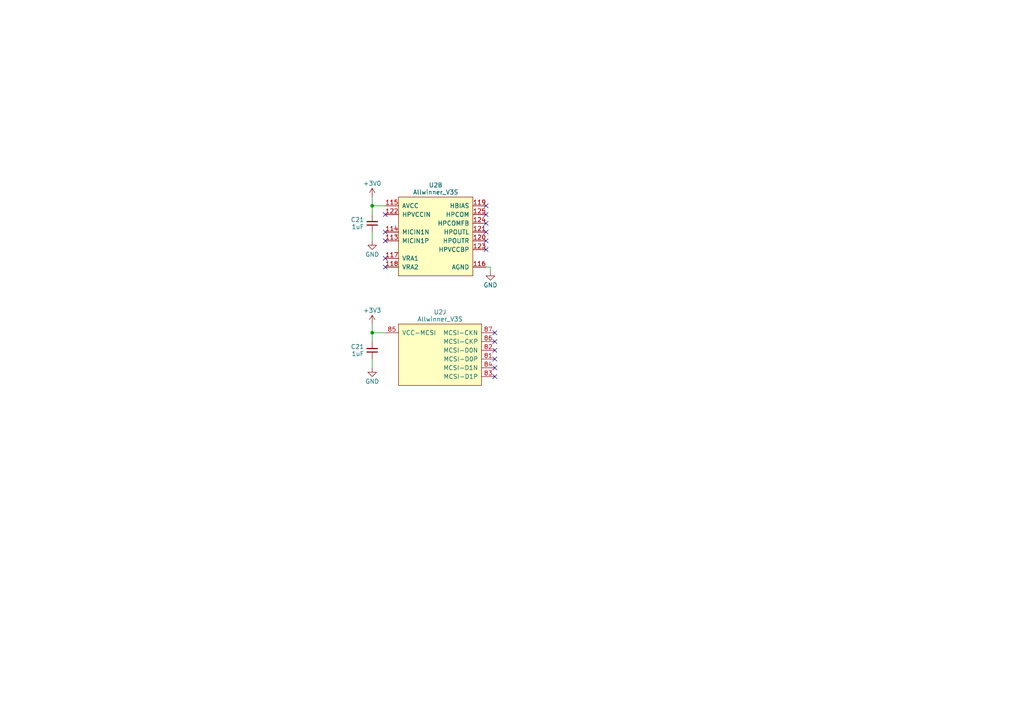
<source format=kicad_sch>
(kicad_sch (version 20230121) (generator eeschema)
  (paper "A4")
  (lib_symbols
    (symbol "Device:C_Small" (pin_numbers hide) (pin_names (offset 0.254) hide)
      (property "Reference" "C" (at 0.254 1.778 0))
      (property "Value" "C_Small" (at 0.254 -2.032 0))
      (symbol "C_Small_0_1"
        (polyline (pts (xy -1.524 -0.508) (xy 1.524 -0.508)) (stroke (width 0.3302)))
        (polyline (pts (xy -1.524 0.508) (xy 1.524 0.508)) (stroke (width 0.3048)))
      )
      (symbol "C_Small_1_1"
        (pin passive line (at 0 2.54 270) (length 2.032) (name "~") (number "1"))
        (pin passive line (at 0 -2.54 90) (length 2.032) (name "~") (number "2"))
      )
    )
    (symbol "SoC_Allwinner:Allwinner_V3S" (pin_names (offset 1.016))
      (property "Reference" "U" (at 7.62 1.27 0))
      (property "Value" "Allwinner_V3S" (at -5.08 1.27 0))
      (symbol "Allwinner_V3S_1_0"
        (pin bidirectional line (at 15.24 -22.86 180) (length 3.81) (name "USB-DM") (number "110"))
        (pin bidirectional line (at 15.24 -25.4 180) (length 3.81) (name "USB-DP") (number "111"))
        (pin input line (at 15.24 -2.54 180) (length 3.81) (name "LRADC0") (number "112"))
        (pin output line (at 15.24 -10.16 180) (length 3.81) (name "X24MOUT") (number "74"))
        (pin input line (at 15.24 -7.62 180) (length 3.81) (name "X24MIN") (number "75"))
        (pin output line (at 15.24 -17.78 180) (length 3.81) (name "X32KOUT") (number "95"))
        (pin input line (at 15.24 -15.24 180) (length 3.81) (name "X32KIN") (number "96"))
        (pin power_out line (at -15.24 -17.78 0) (length 3.81) (name "RTC-VIO") (number "97"))
        (pin input line (at -15.24 -22.86 0) (length 3.81) (name "RESET") (number "99"))
      )
      (symbol "Allwinner_V3S_1_1"
        (rectangle (start -11.43 0) (end 11.43 -29.21) (fill (type background)))
        (pin power_in line (at -15.24 -12.7 0) (length 3.81) (name "VCC-USB") (number "109"))
        (pin power_in line (at -15.24 -26.67 0) (length 3.81) (name "EPAD-GND") (number "129"))
        (pin power_in line (at -15.24 -2.54 0) (length 3.81) (name "VCC-PLL") (number "76"))
        (pin power_in line (at -15.24 -7.62 0) (length 3.81) (name "VCC-RTC") (number "98"))
      )
      (symbol "Allwinner_V3S_2_0"
        (pin bidirectional line (at -15.24 -13.97 0) (length 3.81) (name "MICIN1P") (number "113"))
        (pin bidirectional line (at -15.24 -11.43 0) (length 3.81) (name "MICIN1N") (number "114"))
        (pin power_in line (at -15.24 -3.81 0) (length 3.81) (name "AVCC") (number "115"))
        (pin power_in line (at 13.97 -21.59 180) (length 3.81) (name "AGND") (number "116"))
        (pin output line (at -15.24 -19.05 0) (length 3.81) (name "VRA1") (number "117"))
        (pin output line (at -15.24 -21.59 0) (length 3.81) (name "VRA2") (number "118"))
        (pin output line (at 13.97 -3.81 180) (length 3.81) (name "HBIAS") (number "119"))
        (pin output line (at 13.97 -13.97 180) (length 3.81) (name "HPOUTR") (number "120"))
        (pin output line (at 13.97 -11.43 180) (length 3.81) (name "HPOUTL") (number "121"))
        (pin power_in line (at -15.24 -6.35 0) (length 3.81) (name "HPVCCIN") (number "122"))
        (pin input line (at 13.97 -16.51 180) (length 3.81) (name "HPVCCBP") (number "123"))
        (pin input line (at 13.97 -8.89 180) (length 3.81) (name "HPCOMFB") (number "124"))
        (pin output line (at 13.97 -6.35 180) (length 3.81) (name "HPCOM") (number "125"))
      )
      (symbol "Allwinner_V3S_2_1"
        (rectangle (start -11.43 -1.27) (end 10.16 -24.13) (fill (type background)))
      )
      (symbol "Allwinner_V3S_3_0"
        (pin power_in line (at 15.24 -22.86 180) (length 3.81) (name "VCC-DRAM8") (number "59"))
        (pin power_in line (at 15.24 -25.4 180) (length 3.81) (name "VCC-DRAM9") (number "60"))
        (pin power_in line (at 15.24 -27.94 180) (length 3.81) (name "VCC-DRAM10") (number "61"))
        (pin power_in line (at 15.24 -30.48 180) (length 3.81) (name "VCC-DRAM11") (number "62"))
        (pin power_in line (at 15.24 -2.54 180) (length 3.81) (name "VCC-DRAM0") (number "65"))
        (pin power_in line (at 15.24 -5.08 180) (length 3.81) (name "VCC-DRAM1") (number "66"))
        (pin power_in line (at 15.24 -7.62 180) (length 3.81) (name "VCC-DRAM2") (number "67"))
        (pin power_in line (at 15.24 -10.16 180) (length 3.81) (name "VCC-DRAM3") (number "68"))
        (pin power_in line (at 15.24 -12.7 180) (length 3.81) (name "VCC-DRAM4") (number "69"))
        (pin power_in line (at 15.24 -15.24 180) (length 3.81) (name "VCC-DRAM5") (number "70"))
        (pin power_in line (at 15.24 -17.78 180) (length 3.81) (name "VCC-DRAM6") (number "72"))
        (pin power_in line (at 15.24 -20.32 180) (length 3.81) (name "VCC-DRAM7") (number "79"))
      )
      (symbol "Allwinner_V3S_3_1"
        (rectangle (start -11.43 0) (end 11.43 -33.02) (fill (type background)))
        (pin input line (at -15.24 -22.86 0) (length 3.81) (name "SVREF1") (number "63"))
        (pin input line (at -15.24 -25.4 0) (length 3.81) (name "SVREF0") (number "71"))
        (pin input line (at -15.24 -30.48 0) (length 3.81) (name "SZQ") (number "73"))
      )
      (symbol "Allwinner_V3S_4_0"
        (pin bidirectional line (at 22.86 -2.54 180) (length 3.81) (name "PB0/UART2_TX/PB_EINT0") (number "39"))
        (pin bidirectional line (at 22.86 -5.08 180) (length 3.81) (name "PB1/UART2_RX/PB_EINT1") (number "40"))
        (pin bidirectional line (at 22.86 -7.62 180) (length 3.81) (name "PB2/UART2_RTS/PB_EINT2") (number "41"))
        (pin bidirectional line (at 22.86 -10.16 180) (length 3.81) (name "PB3/UART2_CTS/PB_EINT3") (number "42"))
        (pin bidirectional line (at 22.86 -12.7 180) (length 3.81) (name "PB4/PWM0/PB_EINT4") (number "43"))
        (pin bidirectional line (at 22.86 -15.24 180) (length 3.81) (name "PB5/PWM1/PB_EINT5") (number "44"))
        (pin bidirectional line (at 22.86 -17.78 180) (length 3.81) (name "PB6/TWI0_SCK/PB_EINT6") (number "45"))
        (pin bidirectional line (at 22.86 -20.32 180) (length 3.81) (name "PB7/TWI0_SDA/PB_EINT7") (number "46"))
        (pin bidirectional line (at 22.86 -22.86 180) (length 3.81) (name "PB8/TWI1_SCK/UART0_TX/PB_EINT8") (number "48"))
        (pin bidirectional line (at 22.86 -25.4 180) (length 3.81) (name "PB9/TWI1_SDA/UART0_RX/PB_EINT9") (number "49"))
      )
      (symbol "Allwinner_V3S_4_1"
        (rectangle (start -20.32 0) (end 19.05 -27.94) (fill (type background)))
        (pin power_in line (at -24.13 -2.54 0) (length 3.81) (name "VCC-IO0") (number "104"))
      )
      (symbol "Allwinner_V3S_5_0"
        (pin bidirectional line (at 22.86 -2.54 180) (length 3.81) (name "PC0/SDC2_CLK/SPI0_MISO") (number "52"))
        (pin bidirectional line (at 22.86 -5.08 180) (length 3.81) (name "PC1/SDC2_CMD/SPI0_CLK") (number "53"))
        (pin bidirectional line (at 22.86 -7.62 180) (length 3.81) (name "PC2/SDC2_RST/SPI0_CS") (number "54"))
        (pin bidirectional line (at 22.86 -10.16 180) (length 3.81) (name "PC3/SDC2_D0/SPI0_MOSI") (number "55"))
      )
      (symbol "Allwinner_V3S_5_1"
        (rectangle (start 19.05 0) (end -20.32 -12.7) (fill (type background)))
        (pin power_in line (at -24.13 -2.54 0) (length 3.81) (name "VCC-IO1") (number "127"))
      )
      (symbol "Allwinner_V3S_6_0"
        (pin bidirectional line (at 22.86 -53.34 180) (length 3.81) (name "PE20/CSI_FIELD/CSI_MIPI_MCLK") (number "10"))
        (pin bidirectional line (at 22.86 -50.8 180) (length 3.81) (name "PE19/CSI_D15/LCD_D21") (number "11"))
        (pin bidirectional line (at 22.86 -48.26 180) (length 3.81) (name "PE18/CSI_D14/LCD_D20") (number "13"))
        (pin bidirectional line (at 22.86 -45.72 180) (length 3.81) (name "PE17/CSI_D13/LCD_D19") (number "14"))
        (pin bidirectional line (at 22.86 -43.18 180) (length 3.81) (name "PE16/CSI_D12/LCD_D18") (number "15"))
        (pin bidirectional line (at 22.86 -40.64 180) (length 3.81) (name "PE15/CSI_D11/LCD_D15") (number "16"))
        (pin bidirectional line (at 22.86 -38.1 180) (length 3.81) (name "PE14/CSI_D10/LCD_D14") (number "17"))
        (pin bidirectional line (at 22.86 -35.56 180) (length 3.81) (name "PE13/CSI_D9/LCD_D13") (number "18"))
        (pin bidirectional line (at 22.86 -33.02 180) (length 3.81) (name "PE12/CSI_D8/LCD_D12") (number "22"))
        (pin bidirectional line (at 22.86 -30.48 180) (length 3.81) (name "PE11/CSI_D7/LCD_D11") (number "23"))
        (pin bidirectional line (at 22.86 -27.94 180) (length 3.81) (name "PE10/CSI_D6/LCD_D10") (number "24"))
        (pin bidirectional line (at 22.86 -25.4 180) (length 3.81) (name "PE9/CSI_D5/LCD_D7") (number "27"))
        (pin bidirectional line (at 22.86 -22.86 180) (length 3.81) (name "PE8/CSI_D4/LCD_D6") (number "28"))
        (pin bidirectional line (at 22.86 -20.32 180) (length 3.81) (name "PE7/CSI_D3/LCD_D5") (number "30"))
        (pin bidirectional line (at 22.86 -17.78 180) (length 3.81) (name "PE6/CSI_D2/LCD_D4") (number "31"))
        (pin bidirectional line (at 22.86 -15.24 180) (length 3.81) (name "PE5/CSI_D1/LCD_D3") (number "32"))
        (pin bidirectional line (at 22.86 -12.7 180) (length 3.81) (name "PE4/CSI_D0/LCD_D2") (number "33"))
        (pin bidirectional line (at 22.86 -10.16 180) (length 3.81) (name "PE3/CSI_VSYNC/LCD_VSYNC") (number "34"))
        (pin bidirectional line (at 22.86 -7.62 180) (length 3.81) (name "PE2/CSI_HSYNC/LCD_HSYNC") (number "35"))
        (pin bidirectional line (at 22.86 -5.08 180) (length 3.81) (name "PE1/CSI_MCLK/LCD_DE") (number "36"))
        (pin bidirectional line (at 22.86 -2.54 180) (length 3.81) (name "PE0/CSI_PCLK/LCD_CLK") (number "37"))
        (pin bidirectional line (at 22.86 -63.5 180) (length 3.81) (name "PE24/LCD_D23/UART1_CTS") (number "6"))
        (pin bidirectional line (at 22.86 -60.96 180) (length 3.81) (name "PE23/LCD_D22/UART1_RTS") (number "7"))
        (pin bidirectional line (at 22.86 -58.42 180) (length 3.81) (name "PE22/CSI_SDA/TWI1_SDA/UART1_RX") (number "8"))
        (pin bidirectional line (at 22.86 -55.88 180) (length 3.81) (name "PE21/CSI_SCK/TWI1_SCK/UART1_TX") (number "9"))
      )
      (symbol "Allwinner_V3S_6_1"
        (rectangle (start 19.05 0) (end -20.32 -66.04) (fill (type background)))
        (pin power_in line (at -24.13 -2.54 0) (length 3.81) (name "VCC-PE0") (number "12"))
        (pin power_in line (at -24.13 -5.08 0) (length 3.81) (name "VCC-PE1") (number "29"))
      )
      (symbol "Allwinner_V3S_7_0"
        (pin bidirectional line (at 21.59 -17.78 180) (length 3.81) (name "PF6") (number "100"))
        (pin bidirectional line (at 21.59 -15.24 180) (length 3.81) (name "PF5/SDC0_D2/JTAG_CK") (number "101"))
        (pin bidirectional line (at 21.59 -12.7 180) (length 3.81) (name "PF4/SDC0_D3/UART0_RX") (number "102"))
        (pin bidirectional line (at 21.59 -10.16 180) (length 3.81) (name "PF3/SDC0_CMD/JTAG_DO") (number "103"))
        (pin bidirectional line (at 21.59 -7.62 180) (length 3.81) (name "PF2/SDC0_CLK/UART0_TX") (number "105"))
        (pin bidirectional line (at 21.59 -5.08 180) (length 3.81) (name "PF1/SDC0_D0/JTAG_DI") (number "106"))
        (pin bidirectional line (at 21.59 -2.54 180) (length 3.81) (name "PF0MS/SDC0_D1/JTAG_MS") (number "107"))
      )
      (symbol "Allwinner_V3S_7_1"
        (rectangle (start 17.78 0) (end -19.05 -20.32) (fill (type background)))
        (pin power_in line (at -22.86 -2.54 0) (length 3.81) (name "VCC-IO2") (number "57"))
      )
      (symbol "Allwinner_V3S_8_0"
        (pin bidirectional line (at 16.51 -12.7 180) (length 3.81) (name "PG4/SDC1_D2/PG_EINT4") (number "1"))
        (pin bidirectional line (at 16.51 -15.24 180) (length 3.81) (name "PG5/SDC1_D3/PG_EINT5") (number "128"))
        (pin bidirectional line (at 16.51 -10.16 180) (length 3.81) (name "PG3/SDC1_D1/PG_EINT3") (number "2"))
        (pin bidirectional line (at 16.51 -7.62 180) (length 3.81) (name "PG2/SDC1_D0/PG_EINT2") (number "3"))
        (pin bidirectional line (at 16.51 -5.08 180) (length 3.81) (name "PG1/SDC1_CMD/PG_EINT1") (number "4"))
        (pin bidirectional line (at 16.51 -2.54 180) (length 3.81) (name "PG0/SDC1_CLK/PG_EINT0") (number "5"))
        (pin power_in line (at -27.94 -2.54 0) (length 3.81) (name "VCC-IO3") (number "50"))
      )
      (symbol "Allwinner_V3S_8_1"
        (rectangle (start 12.7 0) (end -24.13 -17.78) (fill (type background)))
      )
      (symbol "Allwinner_V3S_9_0"
        (pin output line (at 17.78 -2.54 180) (length 3.81) (name "EPHY_LINK_LED") (number "77"))
        (pin output line (at 17.78 -5.08 180) (length 3.81) (name "EPHY_SPD_LED") (number "78"))
        (pin power_in line (at -17.78 -2.54 0) (length 3.81) (name "EPHY_VDD") (number "88"))
        (pin input line (at 17.78 -10.16 180) (length 3.81) (name "EPHY_RXN") (number "89"))
        (pin input line (at 17.78 -12.7 180) (length 3.81) (name "EPHY_RXP") (number "90"))
        (pin output line (at 17.78 -17.78 180) (length 3.81) (name "EPHY_TXN") (number "91"))
        (pin output line (at 17.78 -20.32 180) (length 3.81) (name "EPHY_TXP") (number "92"))
        (pin power_in line (at -17.78 -5.08 0) (length 3.81) (name "EPHY_VCC") (number "93"))
        (pin input line (at 17.78 -25.4 180) (length 3.81) (name "EPHY_RTX") (number "94"))
      )
      (symbol "Allwinner_V3S_9_1"
        (rectangle (start -13.97 0) (end 13.97 -27.94) (fill (type background)))
      )
      (symbol "Allwinner_V3S_10_0"
        (pin input line (at 15.24 -10.16 180) (length 3.81) (name "MCSI-D0P") (number "81"))
        (pin input line (at 15.24 -7.62 180) (length 3.81) (name "MCSI-D0N") (number "82"))
        (pin input line (at 15.24 -15.24 180) (length 3.81) (name "MCSI-D1P") (number "83"))
        (pin input line (at 15.24 -12.7 180) (length 3.81) (name "MCSI-D1N") (number "84"))
        (pin output line (at 15.24 -5.08 180) (length 3.81) (name "MCSI-CKP") (number "86"))
        (pin output line (at 15.24 -2.54 180) (length 3.81) (name "MCSI-CKN") (number "87"))
      )
      (symbol "Allwinner_V3S_10_1"
        (rectangle (start -12.7 0) (end 11.43 -17.78) (fill (type background)))
        (pin power_in line (at -16.51 -2.54 0) (length 3.81) (name "VCC-MCSI") (number "85"))
      )
      (symbol "Allwinner_V3S_11_0"
        (pin power_in line (at 8.89 -12.7 180) (length 3.81) (name "VDD-CPU3") (number "20"))
        (pin power_in line (at 8.89 -15.24 180) (length 3.81) (name "VDD-CPU2") (number "21"))
        (pin power_in line (at 8.89 -17.78 180) (length 3.81) (name "VDD-CPU1") (number "25"))
        (pin power_in line (at 8.89 -20.32 180) (length 3.81) (name "VDD-CPU0") (number "26"))
        (pin power_in line (at 8.89 -10.16 180) (length 3.81) (name "VDD-CPU4") (number "38"))
        (pin power_in line (at 8.89 -7.62 180) (length 3.81) (name "VDD-CPU5") (number "47"))
        (pin power_in line (at 8.89 -5.08 180) (length 3.81) (name "VDD-CPU6") (number "51"))
        (pin power_in line (at 8.89 -2.54 180) (length 3.81) (name "VDD-CPU7") (number "56"))
      )
      (symbol "Allwinner_V3S_11_1"
        (rectangle (start -7.62 0) (end 5.08 -22.86) (fill (type background)))
      )
      (symbol "Allwinner_V3S_12_1"
        (rectangle (start -6.35 0) (end 6.35 -17.78) (fill (type background)))
        (pin power_in line (at 10.16 -5.08 180) (length 3.81) (name "VDD-SYS1") (number "108"))
        (pin power_in line (at 10.16 -7.62 180) (length 3.81) (name "VDD-SYS2") (number "126"))
        (pin power_in line (at 10.16 -10.16 180) (length 3.81) (name "VDD-SYS3") (number "19"))
        (pin power_in line (at 10.16 -12.7 180) (length 3.81) (name "VDD-SYS4") (number "58"))
        (pin power_in line (at 10.16 -15.24 180) (length 3.81) (name "VDD-SYS5") (number "64"))
        (pin power_in line (at 10.16 -2.54 180) (length 3.81) (name "VDD-SYS0") (number "80"))
      )
    )
    (symbol "power:+3V0" (power) (pin_names (offset 0))
      (property "Value" "+3V0" (at 0 3.556 0))
      (symbol "+3V0_0_1"
        (polyline (pts (xy -0.762 1.27) (xy 0 2.54)))
        (polyline (pts (xy 0 0) (xy 0 2.54)))
        (polyline (pts (xy 0 2.54) (xy 0.762 1.27)))
      )
      (symbol "+3V0_1_1"
        (pin power_in line (at 0 0 90) (length 0) hide (name "+3V0") (number "1"))
      )
    )
    (symbol "power:+3V3" (power) (pin_names (offset 0))
      (property "Value" "+3V3" (at 0 3.556 0))
      (symbol "+3V3_0_1"
        (polyline (pts (xy -0.762 1.27) (xy 0 2.54)))
        (polyline (pts (xy 0 0) (xy 0 2.54)))
        (polyline (pts (xy 0 2.54) (xy 0.762 1.27)))
      )
      (symbol "+3V3_1_1"
        (pin power_in line (at 0 0 90) (length 0) hide (name "+3V3") (number "1"))
      )
    )
    (symbol "power:GND" (power) (pin_names (offset 0))
      (property "Value" "GND" (at 0 -3.81 0))
      (symbol "GND_0_1"
        (polyline (pts (xy 0 0) (xy 0 -1.27) (xy 1.27 -1.27) (xy 0 -2.54) (xy -1.27 -1.27) (xy 0 -1.27)))
      )
      (symbol "GND_1_1"
        (pin power_in line (at 0 0 270) (length 0) hide (name "GND") (number "1"))
      )
    )
  )
  (junction (at 107.95 96.52))
  (junction (at 107.95 59.69))
  (no_connect (at 143.51 101.6))
  (no_connect (at 140.97 69.85))
  (no_connect (at 140.97 62.23))
  (no_connect (at 111.76 62.23))
  (no_connect (at 143.51 106.68))
  (no_connect (at 140.97 59.69))
  (no_connect (at 140.97 72.39))
  (no_connect (at 143.51 99.06))
  (no_connect (at 143.51 104.14))
  (no_connect (at 143.51 96.52))
  (no_connect (at 111.76 77.47))
  (no_connect (at 140.97 64.77))
  (no_connect (at 111.76 69.85))
  (no_connect (at 140.97 67.31))
  (no_connect (at 111.76 74.93))
  (no_connect (at 111.76 67.31))
  (no_connect (at 143.51 109.22))
  (wire (pts (xy 142.24 77.47) (xy 140.97 77.47)))
  (wire (pts (xy 107.95 104.14) (xy 107.95 106.68)))
  (wire (pts (xy 107.95 57.15) (xy 107.95 59.69)))
  (wire (pts (xy 107.95 59.69) (xy 107.95 62.23)))
  (wire (pts (xy 107.95 93.98) (xy 107.95 96.52)))
  (wire (pts (xy 142.24 78.74) (xy 142.24 77.47)))
  (wire (pts (xy 107.95 67.31) (xy 107.95 69.85)))
  (wire (pts (xy 107.95 96.52) (xy 107.95 99.06)))
  (wire (pts (xy 107.95 59.69) (xy 111.76 59.69)))
  (wire (pts (xy 107.95 96.52) (xy 111.76 96.52)))
  (symbol (lib_id "power:+3V3") (at 107.95 93.98 0) (unit 1)
    (property "Reference" "#PWR096" (effects hide))
    (property "Value" "+3V3" (at 107.95 90.035 0))
    (instances (project "OpenHomeSwitch" (path "" (reference "#PWR096") (unit 1)) (path "" (reference "#PWR0107") (unit 1))))
  )
  (symbol (lib_id "power:+3V0") (at 107.95 57.15 0) (unit 1)
    (property "Reference" "#PWR092" (effects hide))
    (property "Value" "+3V0" (at 107.95 53.205 0))
  )
  (symbol (lib_id "power:GND") (at 107.95 69.85 0) (unit 1)
    (property "Reference" "#PWR0106" (effects hide))
    (property "Value" "GND" (at 107.95 73.795 0))
  )
  (symbol (lib_id "SoC_Allwinner:Allwinner_V3S") (at 128.27 93.98 0) (unit 10)
    (property "Reference" "U2" (at 127.635 90.527 0))
    (property "Value" "Allwinner_V3S" (at 127.635 92.575 0))
    (property "Footprint" "Package_QFP_Allwinner:LQFP-128_14x14mm_P0.4mm_EPAD_5.72x5.72mm" (effects hide))
    (property "LCSC" "C2687449" (effects hide))
  )
  (symbol (lib_id "power:GND") (at 142.24 78.74 0) (unit 1)
    (property "Reference" "#PWR0109" (effects hide))
    (property "Value" "GND" (at 142.24 82.685 0))
  )
  (symbol (lib_id "Device:C_Small") (at 107.95 101.6 0) (mirror x) (unit 1)
    (property "Reference" "C21" (at 105.6259 100.5696 0) (effects (justify right)))
    (property "Value" "1uF" (at 105.6259 102.6176 0) (effects (justify right)))
    (property "Footprint" "Capacitor_SMD:C_0402_1005Metric" (effects hide))
    (property "LCSC" "C52923" (effects hide))
    (instances (project "OpenHomeSwitch" (path "" (reference "C21") (unit 1)) (path "" (reference "C54") (unit 1)) (path "" (reference "C78") (unit 1)) (path "" (reference "C115") (unit 1)) (path "" (reference "C120") (unit 1))))
  )
  (symbol (lib_id "SoC_Allwinner:Allwinner_V3S") (at 127 55.88 0) (unit 2)
    (property "Reference" "U2" (at 126.365 53.697 0))
    (property "Value" "Allwinner_V3S" (at 126.365 55.745 0))
    (property "Footprint" "Package_QFP_Allwinner:LQFP-128_14x14mm_P0.4mm_EPAD_5.72x5.72mm" (effects hide))
    (property "LCSC" "C2687449" (effects hide))
  )
  (symbol (lib_id "power:GND") (at 107.95 106.68 0) (unit 1)
    (property "Reference" "#PWR0108" (effects hide))
    (property "Value" "GND" (at 107.95 110.625 0))
  )
  (symbol (lib_id "Device:C_Small") (at 107.95 64.77 0) (mirror x) (unit 1)
    (property "Reference" "C21" (at 105.6259 63.7396 0) (effects (justify right)))
    (property "Value" "1uF" (at 105.6259 65.7876 0) (effects (justify right)))
    (property "Footprint" "Capacitor_SMD:C_0402_1005Metric" (effects hide))
    (property "LCSC" "C52923" (effects hide))
    (instances (project "OpenHomeSwitch" (path "" (reference "C21") (unit 1)) (path "" (reference "C54") (unit 1)) (path "" (reference "C78") (unit 1)) (path "" (reference "C115") (unit 1)) (path "" (reference "C119") (unit 1))))
  )
)
</source>
